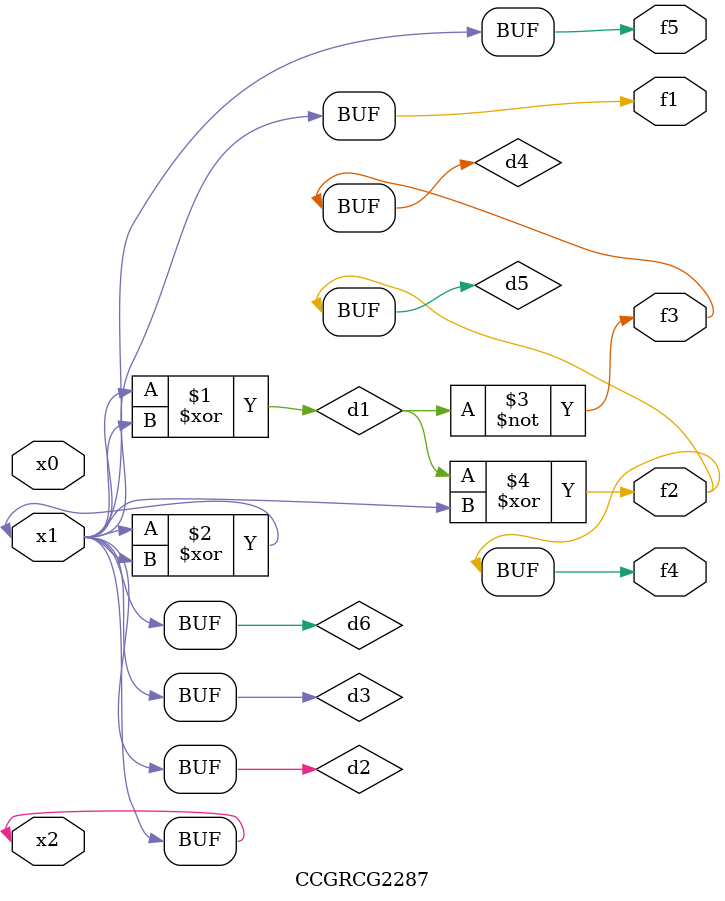
<source format=v>
module CCGRCG2287(
	input x0, x1, x2,
	output f1, f2, f3, f4, f5
);

	wire d1, d2, d3, d4, d5, d6;

	xor (d1, x1, x2);
	buf (d2, x1, x2);
	xor (d3, x1, x2);
	nor (d4, d1);
	xor (d5, d1, d2);
	buf (d6, d2, d3);
	assign f1 = d6;
	assign f2 = d5;
	assign f3 = d4;
	assign f4 = d5;
	assign f5 = d6;
endmodule

</source>
